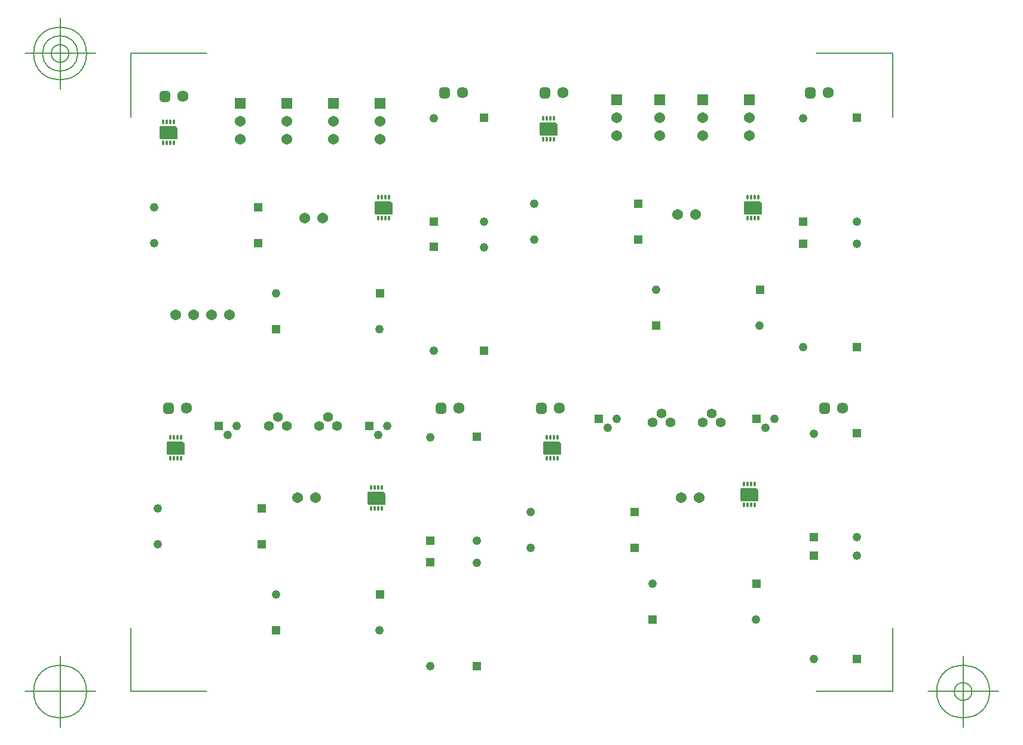
<source format=gbr>
G04 Generated by Ultiboard 14.2 *
%FSLAX33Y33*%
%MOMM*%

%ADD10C,0.001*%
%ADD11C,0.001*%
%ADD12C,0.127*%
%ADD13C,1.609*%
%ADD14R,0.529X0.529*%
%ADD15C,0.995*%
%ADD16C,1.537*%
%ADD17C,1.245*%
%ADD18R,1.245X1.245*%
%ADD19R,1.537X1.537*%
%ADD20O,0.300X0.800*%
%ADD21C,1.397*%


G04 ColorRGB FF00CC for the following layer *
%LNSolder Mask Top*%
%LPD*%
G54D10*
G54D11*
G36*
X-16294Y63359D02*
X-16294Y63359D01*
X-16047Y63112D01*
X-16047Y61659D01*
X-16097Y61609D01*
X-18447Y61609D01*
X-18497Y61659D01*
X-18497Y63309D01*
X-18447Y63359D01*
X-16294Y63359D01*
D02*
G37*
X-16047Y63112D01*
X-16047Y61659D01*
X-16097Y61609D01*
X-18447Y61609D01*
X-18497Y61659D01*
X-18497Y63309D01*
X-18447Y63359D01*
X-16294Y63359D01*
G36*
X37046Y63359D02*
X37046Y63359D01*
X37293Y63112D01*
X37293Y61659D01*
X37243Y61609D01*
X34893Y61609D01*
X34843Y61659D01*
X34843Y63309D01*
X34893Y63359D01*
X37046Y63359D01*
D02*
G37*
X37293Y63112D01*
X37293Y61659D01*
X37243Y61609D01*
X34893Y61609D01*
X34843Y61659D01*
X34843Y63309D01*
X34893Y63359D01*
X37046Y63359D01*
G36*
X-17310Y108063D02*
X-17310Y108063D01*
X-17063Y107816D01*
X-17063Y106363D01*
X-17113Y106313D01*
X-19463Y106313D01*
X-19513Y106363D01*
X-19513Y108013D01*
X-19463Y108063D01*
X-17310Y108063D01*
D02*
G37*
X-17063Y107816D01*
X-17063Y106363D01*
X-17113Y106313D01*
X-19463Y106313D01*
X-19513Y106363D01*
X-19513Y108013D01*
X-19463Y108063D01*
X-17310Y108063D01*
G36*
X36538Y108571D02*
X36538Y108571D01*
X36785Y108324D01*
X36785Y106871D01*
X36735Y106821D01*
X34385Y106821D01*
X34335Y106871D01*
X34335Y108521D01*
X34385Y108571D01*
X36538Y108571D01*
D02*
G37*
X36785Y108324D01*
X36785Y106871D01*
X36735Y106821D01*
X34385Y106821D01*
X34335Y106871D01*
X34335Y108521D01*
X34385Y108571D01*
X36538Y108571D01*
G36*
X13170Y97395D02*
X13170Y97395D01*
X13417Y97148D01*
X13417Y95695D01*
X13367Y95645D01*
X11017Y95645D01*
X10967Y95695D01*
X10967Y97345D01*
X11017Y97395D01*
X13170Y97395D01*
D02*
G37*
X13417Y97148D01*
X13417Y95695D01*
X13367Y95645D01*
X11017Y95645D01*
X10967Y95695D01*
X10967Y97345D01*
X11017Y97395D01*
X13170Y97395D01*
G36*
X65494Y97395D02*
X65494Y97395D01*
X65741Y97148D01*
X65741Y95695D01*
X65691Y95645D01*
X63341Y95645D01*
X63291Y95695D01*
X63291Y97345D01*
X63341Y97395D01*
X65494Y97395D01*
D02*
G37*
X65741Y97148D01*
X65741Y95695D01*
X65691Y95645D01*
X63341Y95645D01*
X63291Y95695D01*
X63291Y97345D01*
X63341Y97395D01*
X65494Y97395D01*
G36*
X12154Y56247D02*
X12154Y56247D01*
X12401Y56000D01*
X12401Y54547D01*
X12351Y54497D01*
X10001Y54497D01*
X9951Y54547D01*
X9951Y56197D01*
X10001Y56247D01*
X12154Y56247D01*
D02*
G37*
X12401Y56000D01*
X12401Y54547D01*
X12351Y54497D01*
X10001Y54497D01*
X9951Y54547D01*
X9951Y56197D01*
X10001Y56247D01*
X12154Y56247D01*
G36*
X64986Y56755D02*
X64986Y56755D01*
X65233Y56508D01*
X65233Y55055D01*
X65183Y55005D01*
X62833Y55005D01*
X62783Y55055D01*
X62783Y56705D01*
X62833Y56755D01*
X64986Y56755D01*
D02*
G37*
X65233Y56508D01*
X65233Y55055D01*
X65183Y55005D01*
X62833Y55005D01*
X62783Y55055D01*
X62783Y56705D01*
X62833Y56755D01*
X64986Y56755D01*
G54D12*
X-23622Y27940D02*
X-23622Y36982D01*
X-23622Y27940D02*
X-12827Y27940D01*
X84328Y27940D02*
X73533Y27940D01*
X84328Y27940D02*
X84328Y36982D01*
X84328Y118364D02*
X84328Y109322D01*
X84328Y118364D02*
X73533Y118364D01*
X-23622Y118364D02*
X-12827Y118364D01*
X-23622Y118364D02*
X-23622Y109322D01*
X-28622Y27940D02*
X-38622Y27940D01*
X-33622Y22940D02*
X-33622Y32940D01*
X-37372Y27940D02*
G75*
D01*
G02X-37372Y27940I3750J0*
G01*
X89328Y27940D02*
X99328Y27940D01*
X94328Y22940D02*
X94328Y32940D01*
X90578Y27940D02*
G75*
D01*
G02X90578Y27940I3750J0*
G01*
X93078Y27940D02*
G75*
D01*
G02X93078Y27940I1250J0*
G01*
X-28622Y118364D02*
X-38622Y118364D01*
X-33622Y113364D02*
X-33622Y123364D01*
X-37372Y118364D02*
G75*
D01*
G02X-37372Y118364I3750J0*
G01*
X-36122Y118364D02*
G75*
D01*
G02X-36122Y118364I2500J0*
G01*
X-34872Y118364D02*
G75*
D01*
G02X-34872Y118364I1250J0*
G01*
G54D13*
X-16256Y112268D03*
X23368Y112776D03*
X37592Y112776D03*
X75184Y112776D03*
X-15748Y68072D03*
X22860Y68072D03*
X37084Y68072D03*
X77216Y68072D03*
G54D14*
X-18796Y112268D03*
X20828Y112776D03*
X35052Y112776D03*
X72644Y112776D03*
X-18288Y68072D03*
X20320Y68072D03*
X34544Y68072D03*
X74676Y68072D03*
G54D15*
X-19060Y112004D02*
X-18532Y112004D01*
X-18532Y112532D01*
X-19060Y112532D01*
X-19060Y112004D01*D02*
X20564Y112512D02*
X21092Y112512D01*
X21092Y113040D01*
X20564Y113040D01*
X20564Y112512D01*D02*
X34788Y112512D02*
X35316Y112512D01*
X35316Y113040D01*
X34788Y113040D01*
X34788Y112512D01*D02*
X72380Y112512D02*
X72908Y112512D01*
X72908Y113040D01*
X72380Y113040D01*
X72380Y112512D01*D02*
X-18552Y67808D02*
X-18024Y67808D01*
X-18024Y68336D01*
X-18552Y68336D01*
X-18552Y67808D01*D02*
X20056Y67808D02*
X20584Y67808D01*
X20584Y68336D01*
X20056Y68336D01*
X20056Y67808D01*D02*
X34280Y67808D02*
X34808Y67808D01*
X34808Y68336D01*
X34280Y68336D01*
X34280Y67808D01*D02*
X74412Y67808D02*
X74940Y67808D01*
X74940Y68336D01*
X74412Y68336D01*
X74412Y67808D01*D02*
G54D16*
X-12192Y81280D03*
X-14732Y81280D03*
X-17272Y81280D03*
X-9652Y81280D03*
X1016Y94996D03*
X3556Y94996D03*
X53848Y95504D03*
X56388Y95504D03*
X64008Y106680D03*
X64008Y109220D03*
X2540Y55372D03*
X0Y55372D03*
X56896Y55372D03*
X54356Y55372D03*
X57404Y109220D03*
X57404Y106680D03*
X51308Y109220D03*
X51308Y106680D03*
X45212Y106680D03*
X45212Y109220D03*
X5080Y108712D03*
X5080Y106172D03*
X11684Y106172D03*
X11684Y108712D03*
X-1524Y108712D03*
X-1524Y106172D03*
X-8128Y106172D03*
X-8128Y108712D03*
G54D17*
X11652Y79248D03*
X-3016Y84328D03*
X-20288Y91440D03*
X-20288Y96520D03*
X19304Y76232D03*
X26416Y90900D03*
X19304Y109188D03*
X26416Y94520D03*
X33560Y91948D03*
X33560Y97028D03*
X65500Y79756D03*
X50832Y84836D03*
X71628Y76708D03*
X79248Y91408D03*
X71628Y109188D03*
X79248Y94520D03*
X11652Y36576D03*
X18796Y31528D03*
X25400Y46196D03*
X-3016Y41656D03*
X-19780Y48768D03*
X18796Y63976D03*
X25400Y49308D03*
X-19780Y53848D03*
X73152Y32512D03*
X79248Y47212D03*
X64992Y38100D03*
X50324Y43180D03*
X33052Y48260D03*
X73152Y64484D03*
X79248Y49816D03*
X33052Y53340D03*
X66294Y65278D03*
X67564Y66548D03*
X-9906Y64262D03*
X-8636Y65532D03*
X11430Y64262D03*
X12700Y65532D03*
X43942Y65278D03*
X45212Y66548D03*
G54D18*
X-3048Y79248D03*
X11684Y84328D03*
X-5588Y91440D03*
X-5588Y96520D03*
X19304Y90932D03*
X26416Y76200D03*
X19304Y94488D03*
X26416Y109220D03*
X48260Y91948D03*
X48260Y97028D03*
X50800Y79756D03*
X65532Y84836D03*
X71628Y91408D03*
X79248Y76708D03*
X71628Y94488D03*
X79248Y109220D03*
X-3048Y36576D03*
X18796Y46228D03*
X25400Y31496D03*
X11684Y41656D03*
X-5080Y48768D03*
X18796Y49276D03*
X25400Y64008D03*
X-5080Y53848D03*
X73152Y47212D03*
X79248Y32512D03*
X50292Y38100D03*
X65024Y43180D03*
X47752Y48260D03*
X73152Y49784D03*
X79248Y64516D03*
X47752Y53340D03*
X65024Y66548D03*
X-11176Y65532D03*
X10160Y65532D03*
X42672Y66548D03*
G54D19*
X64008Y111760D03*
X57404Y111760D03*
X51308Y111760D03*
X45212Y111760D03*
X5080Y111252D03*
X11684Y111252D03*
X-1524Y111252D03*
X-8128Y111252D03*
G54D20*
X-18022Y60984D03*
X-17522Y60984D03*
X-17022Y60984D03*
X-16522Y60984D03*
X-16522Y63984D03*
X-18022Y63984D03*
X-17522Y63984D03*
X-17022Y63984D03*
X36318Y60984D03*
X35818Y60984D03*
X35318Y60984D03*
X36818Y60984D03*
X35818Y63984D03*
X35318Y63984D03*
X36318Y63984D03*
X36818Y63984D03*
X-18538Y105688D03*
X-19038Y105688D03*
X-18038Y105688D03*
X-17538Y105688D03*
X-18538Y108688D03*
X-19038Y108688D03*
X-17538Y108688D03*
X-18038Y108688D03*
X36310Y106196D03*
X34810Y106196D03*
X35310Y106196D03*
X35810Y106196D03*
X34810Y109196D03*
X35310Y109196D03*
X36310Y109196D03*
X35810Y109196D03*
X12442Y95020D03*
X11442Y95020D03*
X11942Y95020D03*
X12942Y95020D03*
X11442Y98020D03*
X12442Y98020D03*
X11942Y98020D03*
X12942Y98020D03*
X64766Y95020D03*
X64266Y95020D03*
X63766Y95020D03*
X65266Y95020D03*
X64266Y98020D03*
X63766Y98020D03*
X64766Y98020D03*
X65266Y98020D03*
X11426Y53872D03*
X10926Y53872D03*
X10426Y53872D03*
X11926Y53872D03*
X10926Y56872D03*
X10426Y56872D03*
X11426Y56872D03*
X11926Y56872D03*
X63758Y54380D03*
X63258Y54380D03*
X64258Y54380D03*
X64758Y54380D03*
X64258Y57380D03*
X63758Y57380D03*
X63258Y57380D03*
X64758Y57380D03*
G54D21*
X-4064Y65532D03*
X-2794Y66802D03*
X-1524Y65532D03*
X3048Y65532D03*
X4318Y66802D03*
X5588Y65532D03*
X50292Y66040D03*
X51562Y67310D03*
X52832Y66040D03*
X57404Y66040D03*
X58674Y67310D03*
X59944Y66040D03*

M02*

</source>
